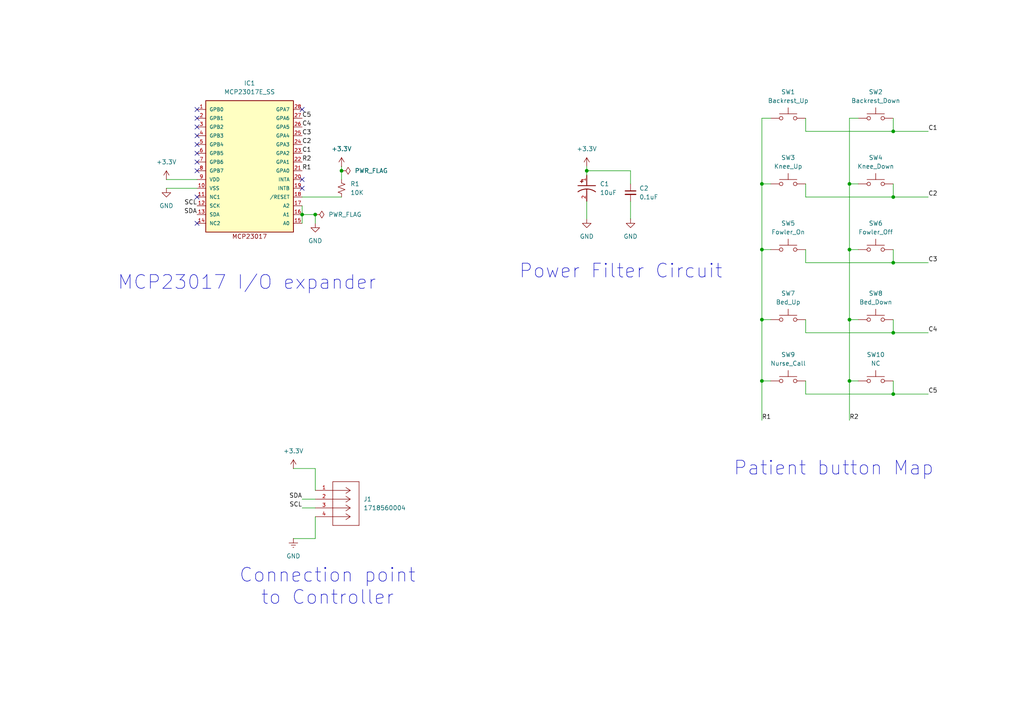
<source format=kicad_sch>
(kicad_sch (version 20250114) (generator "eeschema") (generator_version "9.0")
  (paper "A4")
  (title_block (title "Patient remote controller") (date "2025-09-14") (rev "VER 1.0.0") (company "EDIC") (comment 1 "With MCP23017") (comment 2 "Made by Ronald Amaza"))
  (lib_symbols
    (symbol "1718560004:1718560004" (pin_names (offset 1.016))
      (property "Reference" "J" (at 4.1656 5.3086 0))
      (property "Value" "1718560004" (at 4.8006 -6.1214 0))
      (symbol "1718560004_0_0"
        (polyline (pts (xy 5.08 2.54) (xy 5.08 -10.16)) (stroke (width 0.1524)))
        (polyline (pts (xy 5.08 -10.16) (xy 12.7 -10.16)) (stroke (width 0.1524)))
        (polyline (pts (xy 10.16 0) (xy 5.08 0)) (stroke (width 0.1524)))
        (polyline (pts (xy 10.16 0) (xy 8.89 0.8382)) (stroke (width 0.1524)))
        (polyline (pts (xy 10.16 0) (xy 8.89 -0.8382)) (stroke (width 0.1524)))
        (polyline (pts (xy 10.16 -2.54) (xy 5.08 -2.54)) (stroke (width 0.1524)))
        (polyline (pts (xy 10.16 -2.54) (xy 8.89 -1.7018)) (stroke (width 0.1524)))
        (polyline (pts (xy 10.16 -2.54) (xy 8.89 -3.3782)) (stroke (width 0.1524)))
        (polyline (pts (xy 10.16 -5.08) (xy 5.08 -5.08)) (stroke (width 0.1524)))
        (polyline (pts (xy 10.16 -5.08) (xy 8.89 -4.2418)) (stroke (width 0.1524)))
        (polyline (pts (xy 10.16 -5.08) (xy 8.89 -5.9182)) (stroke (width 0.1524)))
        (polyline (pts (xy 10.16 -7.62) (xy 5.08 -7.62)) (stroke (width 0.1524)))
        (polyline (pts (xy 10.16 -7.62) (xy 8.89 -6.7818)) (stroke (width 0.1524)))
        (polyline (pts (xy 10.16 -7.62) (xy 8.89 -8.4582)) (stroke (width 0.1524)))
        (polyline (pts (xy 12.7 2.54) (xy 5.08 2.54)) (stroke (width 0.1524)))
        (polyline (pts (xy 12.7 -10.16) (xy 12.7 2.54)) (stroke (width 0.1524)))
        (pin passive line (at 0 0 0) (length 5.08) (name "~") (number "1"))
        (pin passive line (at 0 -2.54 0) (length 5.08) (name "~") (number "2"))
        (pin passive line (at 0 -5.08 0) (length 5.08) (name "~") (number "3"))
        (pin passive line (at 0 -7.62 0) (length 5.08) (name "~") (number "4"))
      )
    )
    (symbol "Device:C_Small" (pin_numbers (hide yes)) (pin_names (offset 0.254) (hide yes))
      (property "Reference" "C" (at 0.254 1.778 0))
      (property "Value" "C_Small" (at 0.254 -2.032 0))
      (symbol "C_Small_0_1"
        (polyline (pts (xy -1.524 0.508) (xy 1.524 0.508)) (stroke (width 0.3048)))
        (polyline (pts (xy -1.524 -0.508) (xy 1.524 -0.508)) (stroke (width 0.3302)))
      )
      (symbol "C_Small_1_1"
        (pin passive line (at 0 2.54 270) (length 2.032) (name "~") (number "1"))
        (pin passive line (at 0 -2.54 90) (length 2.032) (name "~") (number "2"))
      )
    )
    (symbol "Device:R_Small_US" (pin_numbers (hide yes)) (pin_names (offset 0.254) (hide yes))
      (property "Reference" "R" (at 0.762 0.508 0))
      (property "Value" "R_Small_US" (at 0.762 -1.016 0))
      (symbol "R_Small_US_1_1"
        (polyline (pts (xy 0 1.524) (xy 1.016 1.143) (xy 0 0.762) (xy -1.016 0.381) (xy 0 0)))
        (polyline (pts (xy 0 0) (xy 1.016 -0.381) (xy 0 -0.762) (xy -1.016 -1.143) (xy 0 -1.524)))
        (pin passive line (at 0 2.54 270) (length 1.016) (name "~") (number "1"))
        (pin passive line (at 0 -2.54 90) (length 1.016) (name "~") (number "2"))
      )
    )
    (symbol "EEFSX0D221ER:EEFSX0D221ER" (pin_names (offset 1.016))
      (property "Reference" "C" (at -5.08 3.81 0))
      (property "Value" "EEFSX0D221ER" (at -5.08 -5.088 0))
      (symbol "EEFSX0D221ER_0_0"
        (polyline (pts (xy -5.08 0) (xy -2.032 0)) (stroke (width 0.254)))
        (rectangle (start -3.713 -1.532) (end -2.824 -1.405) (stroke (width 0.1)) (fill (type outline)))
        (rectangle (start -3.332 -1.913) (end -3.205 -1.024) (stroke (width 0.1)) (fill (type outline)))
        (polyline (pts (xy -2.032 2.54) (xy -2.032 -2.54)) (stroke (width 0.254)))
        (polyline (pts (xy -1.016 0) (xy 2.54 0)) (stroke (width 0.254)))
        (arc (start -0.254 -2.54) (mid -1.0549 0) (end -0.254 2.54) (stroke (width 0.254)))
        (pin passive line (at -5.08 0 0) (length 2.54) (name "~") (number "1"))
        (pin passive line (at 2.54 0 180) (length 2.54) (name "~") (number "2"))
      )
    )
    (symbol "MCP23017E_SS:MCP23017E_SS" (pin_names (offset 1.016))
      (property "Reference" "IC1" (at 0 22.86 0))
      (property "Value" "MCP23017E_SS" (at 0 20.32 0))
      (symbol "MCP23017E_SS_0_0"
        (rectangle (start -12.7 -20.32) (end 12.7 17.78) (stroke (width 0.254)) (fill (type background)))
        (text "MCP23017" (at 0 -21.59 0) (effects (font (size 1.27 1.27))))
        (pin bidirectional line (at -15.24 15.24 0) (length 2.54) (name "GPB0") (number "1"))
        (pin bidirectional line (at -15.24 12.7 0) (length 2.54) (name "GPB1") (number "2"))
        (pin bidirectional line (at -15.24 10.16 0) (length 2.54) (name "GPB2") (number "3"))
        (pin bidirectional line (at -15.24 7.62 0) (length 2.54) (name "GPB3") (number "4"))
        (pin bidirectional line (at -15.24 5.08 0) (length 2.54) (name "GPB4") (number "5"))
        (pin bidirectional line (at -15.24 2.54 0) (length 2.54) (name "GPB5") (number "6"))
        (pin bidirectional line (at -15.24 0 0) (length 2.54) (name "GPB6") (number "7"))
        (pin bidirectional line (at -15.24 -2.54 0) (length 2.54) (name "GPB7") (number "8"))
        (pin bidirectional line (at -15.24 -10.16 0) (length 2.54) (name "NC1") (number "11"))
        (pin bidirectional line (at -15.24 -12.7 0) (length 2.54) (name "SCK") (number "12"))
        (pin bidirectional line (at -15.24 -15.24 0) (length 2.54) (name "SDA") (number "13"))
        (pin bidirectional line (at -15.24 -17.78 0) (length 2.54) (name "NC2") (number "14"))
        (pin bidirectional line (at 15.24 15.24 180) (length 2.54) (name "GPA7") (number "28"))
        (pin bidirectional line (at 15.24 12.7 180) (length 2.54) (name "GPA6") (number "27"))
        (pin bidirectional line (at 15.24 10.16 180) (length 2.54) (name "GPA5") (number "26"))
        (pin bidirectional line (at 15.24 7.62 180) (length 2.54) (name "GPA4") (number "25"))
        (pin bidirectional line (at 15.24 5.08 180) (length 2.54) (name "GPA3") (number "24"))
        (pin bidirectional line (at 15.24 2.54 180) (length 2.54) (name "GPA2") (number "23"))
        (pin bidirectional line (at 15.24 0 180) (length 2.54) (name "GPA1") (number "22"))
        (pin bidirectional line (at 15.24 -2.54 180) (length 2.54) (name "GPA0") (number "21"))
        (pin bidirectional line (at 15.24 -5.08 180) (length 2.54) (name "INTA") (number "20"))
        (pin bidirectional line (at 15.24 -7.62 180) (length 2.54) (name "INTB") (number "19"))
        (pin bidirectional line (at 15.24 -10.16 180) (length 2.54) (name "/RESET") (number "18"))
      )
      (symbol "MCP23017E_SS_1_0"
        (pin power_in line (at -15.24 -5.08 0) (length 2.54) (name "VDD") (number "9"))
        (pin power_in line (at -15.24 -7.62 0) (length 2.54) (name "VSS") (number "10"))
        (pin input line (at 15.24 -12.7 180) (length 2.54) (name "A2") (number "17"))
        (pin input line (at 15.24 -15.24 180) (length 2.54) (name "A1") (number "16"))
        (pin input line (at 15.24 -17.78 180) (length 2.54) (name "A0") (number "15"))
      )
    )
    (symbol "Switch:SW_Push" (pin_numbers (hide yes)) (pin_names (offset 1.016) (hide yes))
      (property "Reference" "SW" (at 1.27 2.54 0))
      (property "Value" "SW_Push" (at 0 -1.524 0))
      (symbol "SW_Push_0_1"
        (circle (center -2.032 0) (radius 0.508))
        (polyline (pts (xy 0 1.27) (xy 0 3.048)))
        (circle (center 2.032 0) (radius 0.508))
        (polyline (pts (xy 2.54 1.27) (xy -2.54 1.27)))
        (pin passive line (at -5.08 0 0) (length 2.54) (name "1") (number "1"))
        (pin passive line (at 5.08 0 180) (length 2.54) (name "2") (number "2"))
      )
    )
    (symbol "power:+3.3V" (power) (pin_numbers (hide yes)) (pin_names (offset 0) (hide yes))
      (property "Value" "+3.3V" (at 0 3.556 0))
      (symbol "+3.3V_0_1"
        (polyline (pts (xy -0.762 1.27) (xy 0 2.54)))
        (polyline (pts (xy 0 2.54) (xy 0.762 1.27)))
        (polyline (pts (xy 0 0) (xy 0 2.54)))
      )
      (symbol "+3.3V_1_1"
        (pin power_in line (at 0 0 90) (length 0) (name "~") (number "1"))
      )
    )
    (symbol "power:GND" (power) (pin_numbers (hide yes)) (pin_names (offset 0) (hide yes))
      (property "Value" "GND" (at 0 -3.81 0))
      (symbol "GND_0_1"
        (polyline (pts (xy 0 0) (xy 0 -1.27) (xy 1.27 -1.27) (xy 0 -2.54) (xy -1.27 -1.27) (xy 0 -1.27)))
      )
      (symbol "GND_1_1"
        (pin power_in line (at 0 0 270) (length 0) (name "~") (number "1"))
      )
    )
    (symbol "power:GNDREF" (power) (pin_numbers (hide yes)) (pin_names (offset 0) (hide yes))
      (property "Value" "GNDREF" (at 0 -3.81 0))
      (symbol "GNDREF_0_1"
        (polyline (pts (xy -0.635 -1.905) (xy 0.635 -1.905)))
        (polyline (pts (xy -0.127 -2.54) (xy 0.127 -2.54)))
        (polyline (pts (xy 0 -1.27) (xy 0 0)))
        (polyline (pts (xy 1.27 -1.27) (xy -1.27 -1.27)))
      )
      (symbol "GNDREF_1_1"
        (pin power_in line (at 0 0 270) (length 0) (name "~") (number "1"))
      )
    )
    (symbol "power:PWR_FLAG" (power) (pin_numbers (hide yes)) (pin_names (offset 0) (hide yes))
      (property "Value" "PWR_FLAG" (at 0 3.81 0))
      (symbol "PWR_FLAG_0_0"
        (pin power_out line (at 0 0 90) (length 0) (name "~") (number "1"))
      )
      (symbol "PWR_FLAG_0_1"
        (polyline (pts (xy 0 0) (xy 0 1.27) (xy -1.016 1.905) (xy 0 2.54) (xy 1.016 1.905) (xy 0 1.27)))
      )
    )
  )
  (text "MCP23017 I/O expander" (at 71.628 82.042 0) (effects (font (size 4 4))))
  (text "Connection point\nto Controller" (at 94.996 170.18 0) (effects (font (size 4 4))))
  (text "Power Filter Circuit" (at 180.086 78.74 0) (effects (font (size 4 4))))
  (text "Patient button Map" (at 241.808 135.89 0) (effects (font (size 4 4))))
  (junction (at 99.06 49.53))
  (junction (at 259.08 38.1))
  (junction (at 246.38 110.49))
  (junction (at 259.08 57.15))
  (junction (at 170.18 49.53))
  (junction (at 220.98 53.34))
  (junction (at 246.38 72.39))
  (junction (at 259.08 76.2))
  (junction (at 259.08 114.3))
  (junction (at 220.98 72.39))
  (junction (at 220.98 92.71))
  (junction (at 91.44 62.23))
  (junction (at 87.63 62.23))
  (junction (at 220.98 110.49))
  (junction (at 246.38 53.34))
  (junction (at 259.08 96.52))
  (junction (at 246.38 92.71))
  (no_connect (at 57.15 44.45))
  (no_connect (at 57.15 64.77))
  (no_connect (at 87.63 31.75))
  (no_connect (at 87.63 54.61))
  (no_connect (at 57.15 31.75))
  (no_connect (at 57.15 57.15))
  (no_connect (at 57.15 49.53))
  (no_connect (at 57.15 36.83))
  (no_connect (at 87.63 52.07))
  (no_connect (at 57.15 34.29))
  (no_connect (at 57.15 41.91))
  (no_connect (at 57.15 46.99))
  (no_connect (at 57.15 39.37))
  (wire (pts (xy 85.09 135.89) (xy 91.44 135.89)))
  (wire (pts (xy 220.98 110.49) (xy 220.98 121.92)))
  (wire (pts (xy 259.08 76.2) (xy 269.24 76.2)))
  (wire (pts (xy 246.38 110.49) (xy 248.92 110.49)))
  (wire (pts (xy 246.38 53.34) (xy 246.38 72.39)))
  (wire (pts (xy 220.98 72.39) (xy 223.52 72.39)))
  (wire (pts (xy 233.68 57.15) (xy 259.08 57.15)))
  (wire (pts (xy 87.63 62.23) (xy 87.63 64.77)))
  (wire (pts (xy 246.38 53.34) (xy 248.92 53.34)))
  (wire (pts (xy 48.26 52.07) (xy 57.15 52.07)))
  (wire (pts (xy 87.63 144.78) (xy 91.44 144.78)))
  (wire (pts (xy 91.44 135.89) (xy 91.44 142.24)))
  (wire (pts (xy 259.08 38.1) (xy 269.24 38.1)))
  (wire (pts (xy 233.68 34.29) (xy 233.68 38.1)))
  (wire (pts (xy 259.08 57.15) (xy 269.24 57.15)))
  (wire (pts (xy 233.68 92.71) (xy 233.68 96.52)))
  (wire (pts (xy 246.38 92.71) (xy 248.92 92.71)))
  (wire (pts (xy 99.06 49.53) (xy 99.06 52.07)))
  (wire (pts (xy 220.98 92.71) (xy 220.98 110.49)))
  (wire (pts (xy 87.63 57.15) (xy 99.06 57.15)))
  (wire (pts (xy 91.44 149.86) (xy 91.44 156.21)))
  (wire (pts (xy 91.44 62.23) (xy 91.44 64.77)))
  (wire (pts (xy 233.68 114.3) (xy 259.08 114.3)))
  (wire (pts (xy 220.98 53.34) (xy 223.52 53.34)))
  (wire (pts (xy 233.68 53.34) (xy 233.68 57.15)))
  (wire (pts (xy 233.68 72.39) (xy 233.68 76.2)))
  (wire (pts (xy 170.18 49.53) (xy 182.88 49.53)))
  (wire (pts (xy 91.44 156.21) (xy 85.09 156.21)))
  (wire (pts (xy 220.98 72.39) (xy 220.98 92.71)))
  (wire (pts (xy 233.68 110.49) (xy 233.68 114.3)))
  (wire (pts (xy 259.08 96.52) (xy 269.24 96.52)))
  (wire (pts (xy 233.68 38.1) (xy 259.08 38.1)))
  (wire (pts (xy 259.08 34.29) (xy 259.08 38.1)))
  (wire (pts (xy 220.98 34.29) (xy 220.98 53.34)))
  (wire (pts (xy 233.68 76.2) (xy 259.08 76.2)))
  (wire (pts (xy 246.38 72.39) (xy 248.92 72.39)))
  (wire (pts (xy 246.38 92.71) (xy 246.38 110.49)))
  (wire (pts (xy 220.98 110.49) (xy 223.52 110.49)))
  (wire (pts (xy 233.68 96.52) (xy 259.08 96.52)))
  (wire (pts (xy 259.08 114.3) (xy 269.24 114.3)))
  (wire (pts (xy 170.18 49.53) (xy 170.18 50.8)))
  (wire (pts (xy 259.08 110.49) (xy 259.08 114.3)))
  (wire (pts (xy 259.08 92.71) (xy 259.08 96.52)))
  (wire (pts (xy 182.88 49.53) (xy 182.88 53.34)))
  (wire (pts (xy 170.18 58.42) (xy 170.18 63.5)))
  (wire (pts (xy 246.38 72.39) (xy 246.38 92.71)))
  (wire (pts (xy 220.98 92.71) (xy 223.52 92.71)))
  (wire (pts (xy 248.92 34.29) (xy 246.38 34.29)))
  (wire (pts (xy 259.08 72.39) (xy 259.08 76.2)))
  (wire (pts (xy 220.98 53.34) (xy 220.98 72.39)))
  (wire (pts (xy 48.26 54.61) (xy 57.15 54.61)))
  (wire (pts (xy 223.52 34.29) (xy 220.98 34.29)))
  (wire (pts (xy 259.08 53.34) (xy 259.08 57.15)))
  (wire (pts (xy 87.63 59.69) (xy 87.63 62.23)))
  (wire (pts (xy 87.63 147.32) (xy 91.44 147.32)))
  (wire (pts (xy 87.63 62.23) (xy 91.44 62.23)))
  (wire (pts (xy 246.38 110.49) (xy 246.38 121.92)))
  (wire (pts (xy 246.38 34.29) (xy 246.38 53.34)))
  (wire (pts (xy 170.18 48.26) (xy 170.18 49.53)))
  (wire (pts (xy 182.88 58.42) (xy 182.88 63.5)))
  (wire (pts (xy 99.06 48.26) (xy 99.06 49.53)))
  (label "R1" (at 220.98 121.92 0))
  (label "C5" (at 87.63 34.29 0))
  (label "R1" (at 87.63 49.53 0))
  (label "SDA" (at 87.63 144.78 180))
  (label "C2" (at 87.63 41.91 0))
  (label "C5" (at 269.24 114.3 0))
  (label "SCL" (at 57.15 59.69 180))
  (label "R2" (at 87.63 46.99 0))
  (label "R2" (at 246.38 121.92 0))
  (label "C4" (at 87.63 36.83 0))
  (label "C4" (at 269.24 96.52 0))
  (label "SCL" (at 87.63 147.32 180))
  (label "C3" (at 269.24 76.2 0))
  (label "C1" (at 269.24 38.1 0))
  (label "C2" (at 269.24 57.15 0))
  (label "C1" (at 87.63 44.45 0))
  (label "C3" (at 87.63 39.37 0))
  (label "SDA" (at 57.15 62.23 180))
  (symbol (lib_id "Switch:SW_Push") (at 254 92.71 0) (unit 1)
    (property "Reference" "SW8" (at 254 85.09 0))
    (property "Value" "Bed_Down" (at 254 87.63 0))
    (property "Footprint" "Button_Switch_THT:SW_PUSH_6mm" (effects (hide yes)))
    (property "Description" "Push button switch, generic, two pins" (effects (hide yes)))
  )
  (symbol (lib_id "power:+3.3V") (at 99.06 48.26 0) (unit 1)
    (property "Reference" "#PWR01" (effects (hide yes)))
    (property "Value" "+3.3V" (at 99.06 43.18 0))
    (property "Description" "Power symbol creates a global label with name \"+3.3V\"" (effects (hide yes)))
  )
  (symbol (lib_id "Device:C_Small") (at 182.88 55.88 0) (unit 1)
    (property "Reference" "C2" (at 185.42 54.6162 0) (effects (justify left)))
    (property "Value" "0.1uF" (at 185.42 57.1562 0) (effects (justify left)))
    (property "Footprint" "Capacitor_SMD:C_1206_3216Metric_Pad1.33x1.80mm_HandSolder" (effects (hide yes)))
    (property "Description" "Unpolarized capacitor, small symbol" (effects (hide yes)))
  )
  (symbol (lib_id "Switch:SW_Push") (at 228.6 34.29 0) (unit 1)
    (property "Reference" "SW1" (at 228.6 26.67 0))
    (property "Value" "Backrest_Up" (at 228.6 29.21 0))
    (property "Footprint" "Button_Switch_THT:SW_PUSH_6mm" (effects (hide yes)))
    (property "Description" "Push button switch, generic, two pins" (effects (hide yes)))
  )
  (symbol (lib_id "power:+3.3V") (at 170.18 48.26 0) (unit 1)
    (property "Reference" "#PWR04" (effects (hide yes)))
    (property "Value" "+3.3V" (at 170.18 43.18 0))
    (property "Description" "Power symbol creates a global label with name \"+3.3V\"" (effects (hide yes)))
  )
  (symbol (lib_id "power:GND") (at 91.44 64.77 0) (unit 1)
    (property "Reference" "#PWR03" (effects (hide yes)))
    (property "Value" "GND" (at 91.44 69.85 0))
    (property "Description" "Power symbol creates a global label with name \"GND\" , ground" (effects (hide yes)))
  )
  (symbol (lib_id "MCP23017E_SS:MCP23017E_SS") (at 72.39 46.99 0) (unit 1)
    (property "Reference" "IC1" (at 72.39 24.13 0))
    (property "Value" "MCP23017E_SS" (at 72.39 26.67 0))
    (property "Footprint" "custom_footprints:SSOP28" (effects (hide yes)))
    (property "MF" "Microchip Technology" (effects (hide yes)))
    (property "Description_1" "16-Bit Input/Output Expander, I2C Interface, PB-Free, SSOP-28 | Microchip Technology Inc. MCP23017-E/SS" (effects (hide yes)))
    (property "Package" "SSOP-28 Microchip" (effects (hide yes)))
    (property "Price" "None" (effects (hide yes)))
    (property "SnapEDA_Link" "https://www.snapeda.com/parts/MCP23017-E/SS/Microchip+Technology/view-part/?ref=snap" (effects (hide yes)))
    (property "MP" "MCP23017-E/SS" (effects (hide yes)))
    (property "Availability" "In Stock" (effects (hide yes)))
    (property "Check_prices" "https://www.snapeda.com/parts/MCP23017-E/SS/Microchip+Technology/view-part/?ref=eda" (effects (hide yes)))
  )
  (symbol (lib_id "power:GND") (at 48.26 54.61 0) (unit 1)
    (property "Reference" "#PWR09" (effects (hide yes)))
    (property "Value" "GND" (at 48.26 59.69 0))
    (property "Description" "Power symbol creates a global label with name \"GND\" , ground" (effects (hide yes)))
  )
  (symbol (lib_id "power:PWR_FLAG") (at 99.06 49.53 270) (unit 1)
    (property "Reference" "#FLG01" (effects (hide yes)))
    (property "Value" "PWR_FLAG" (at 102.87 49.5299 90) (effects (justify left)))
    (property "Description" "Special symbol for telling ERC where power comes from" (effects (hide yes)))
  )
  (symbol (lib_id "Switch:SW_Push") (at 254 34.29 0) (unit 1)
    (property "Reference" "SW2" (at 254 26.67 0))
    (property "Value" "Backrest_Down" (at 254 29.21 0))
    (property "Footprint" "Button_Switch_THT:SW_PUSH_6mm" (effects (hide yes)))
    (property "Description" "Push button switch, generic, two pins" (effects (hide yes)))
  )
  (symbol (lib_id "Switch:SW_Push") (at 228.6 53.34 0) (unit 1)
    (property "Reference" "SW3" (at 228.6 45.72 0))
    (property "Value" "Knee_Up" (at 228.6 48.26 0))
    (property "Footprint" "Button_Switch_THT:SW_PUSH_6mm" (effects (hide yes)))
    (property "Description" "Push button switch, generic, two pins" (effects (hide yes)))
  )
  (symbol (lib_id "Switch:SW_Push") (at 228.6 92.71 0) (unit 1)
    (property "Reference" "SW7" (at 228.6 85.09 0))
    (property "Value" "Bed_Up" (at 228.6 87.63 0))
    (property "Footprint" "Button_Switch_THT:SW_PUSH_6mm" (effects (hide yes)))
    (property "Description" "Push button switch, generic, two pins" (effects (hide yes)))
  )
  (symbol (lib_id "Switch:SW_Push") (at 254 72.39 0) (unit 1)
    (property "Reference" "SW6" (at 254 64.77 0))
    (property "Value" "Fowler_Off" (at 254 67.31 0))
    (property "Footprint" "Button_Switch_THT:SW_PUSH_6mm" (effects (hide yes)))
    (property "Description" "Push button switch, generic, two pins" (effects (hide yes)))
  )
  (symbol (lib_id "Device:R_Small_US") (at 99.06 54.61 0) (unit 1)
    (property "Reference" "R1" (at 101.6 53.3399 0) (effects (justify left)))
    (property "Value" "10K" (at 101.6 55.8799 0) (effects (justify left)))
    (property "Footprint" "Resistor_SMD:R_0603_1608Metric" (effects (hide yes)))
    (property "Description" "Resistor, small US symbol" (effects (hide yes)))
  )
  (symbol (lib_id "power:GND") (at 170.18 63.5 0) (unit 1)
    (property "Reference" "#PWR010" (effects (hide yes)))
    (property "Value" "GND" (at 170.18 68.58 0))
    (property "Description" "Power symbol creates a global label with name \"GND\" , ground" (effects (hide yes)))
  )
  (symbol (lib_id "Switch:SW_Push") (at 228.6 110.49 0) (unit 1)
    (property "Reference" "SW9" (at 228.6 102.87 0))
    (property "Value" "Nurse_Call" (at 228.6 105.41 0))
    (property "Footprint" "Button_Switch_THT:SW_PUSH_6mm" (effects (hide yes)))
    (property "Description" "Push button switch, generic, two pins" (effects (hide yes)))
  )
  (symbol (lib_id "power:GNDREF") (at 85.09 156.21 0) (unit 1)
    (property "Reference" "#PWR08" (effects (hide yes)))
    (property "Value" "GND" (at 85.09 161.29 0))
    (property "Description" "Power symbol creates a global label with name \"GNDREF\" , reference supply ground" (effects (hide yes)))
  )
  (symbol (lib_id "Switch:SW_Push") (at 254 110.49 0) (unit 1)
    (property "Reference" "SW10" (at 254 102.87 0))
    (property "Value" "NC" (at 254 105.41 0))
    (property "Footprint" "Button_Switch_THT:SW_PUSH_6mm" (effects (hide yes)))
    (property "Description" "Push button switch, generic, two pins" (effects (hide yes)))
  )
  (symbol (lib_id "Switch:SW_Push") (at 228.6 72.39 0) (unit 1)
    (property "Reference" "SW5" (at 228.6 64.77 0))
    (property "Value" "Fowler_On" (at 228.6 67.31 0))
    (property "Footprint" "Button_Switch_THT:SW_PUSH_6mm" (effects (hide yes)))
    (property "Description" "Push button switch, generic, two pins" (effects (hide yes)))
  )
  (symbol (lib_id "power:GND") (at 182.88 63.5 0) (unit 1)
    (property "Reference" "#PWR05" (effects (hide yes)))
    (property "Value" "GND" (at 182.88 68.58 0))
    (property "Description" "Power symbol creates a global label with name \"GND\" , ground" (effects (hide yes)))
  )
  (symbol (lib_id "Switch:SW_Push") (at 254 53.34 0) (unit 1)
    (property "Reference" "SW4" (at 254 45.72 0))
    (property "Value" "Knee_Down" (at 254 48.26 0))
    (property "Footprint" "Button_Switch_THT:SW_PUSH_6mm" (effects (hide yes)))
    (property "Description" "Push button switch, generic, two pins" (effects (hide yes)))
  )
  (symbol (lib_id "EEFSX0D221ER:EEFSX0D221ER") (at 170.18 55.88 270) (unit 1)
    (property "Reference" "C1" (at 173.99 53.3399 90) (effects (justify left)))
    (property "Value" "10uF" (at 173.99 55.8799 90) (effects (justify left)))
    (property "Footprint" "custom_footprints:CAP_EEFSX0D221ER" (effects (hide yes)))
    (property "Description" "Polarized capacitor" (effects (hide yes)))
    (property "MF" "Panasonic" (effects (hide yes)))
    (property "MAXIMUM_PACKAGE_HEIGHT" "1.9 mm" (effects (hide yes)))
    (property "Package" "SMD Panasonic" (effects (hide yes)))
    (property "Price" "None" (effects (hide yes)))
    (property "Check_prices" "https://www.snapeda.com/parts/EEFSX0D221ER/Panasonic/view-part/?ref=eda" (effects (hide yes)))
    (property "STANDARD" "Manufacturer Recommendations" (effects (hide yes)))
    (property "PARTREV" "1-Oct-19" (effects (hide yes)))
    (property "SnapEDA_Link" "https://www.snapeda.com/parts/EEFSX0D221ER/Panasonic/view-part/?ref=snap" (effects (hide yes)))
    (property "MP" "EEFSX0D221ER" (effects (hide yes)))
    (property "Description_1" "Cap Aluminum Polymer 220uF 2VDC 20% (7.3 X 4.3 X 1.9mm) SMD 0.009 Ohm 6300mA 2000h 105C T/R" (effects (hide yes)))
    (property "Availability" "In Stock" (effects (hide yes)))
    (property "MANUFACTURER" "Panasonic" (effects (hide yes)))
  )
  (symbol (lib_id "power:+3.3V") (at 48.26 52.07 0) (unit 1)
    (property "Reference" "#PWR02" (effects (hide yes)))
    (property "Value" "+3.3V" (at 48.26 46.99 0))
    (property "Description" "Power symbol creates a global label with name \"+3.3V\"" (effects (hide yes)))
  )
  (symbol (lib_id "power:+3.3V") (at 85.09 135.89 0) (unit 1)
    (property "Reference" "#PWR07" (effects (hide yes)))
    (property "Value" "+3.3V" (at 85.09 130.81 0))
    (property "Description" "Power symbol creates a global label with name \"+3.3V\"" (effects (hide yes)))
  )
  (symbol (lib_id "1718560004:1718560004") (at 91.44 142.24 0) (unit 1)
    (property "Reference" "J1" (at 105.41 144.7799 0) (effects (justify left)))
    (property "Value" "1718560004" (at 105.41 147.3199 0) (effects (justify left)))
    (property "Footprint" "custom_footprints:CONN04_1718560004_MOL" (effects (hide yes)))
    (property "MF" "Molex" (effects (hide yes)))
    (property "Description_1" "Connector Header Through Hole 4 position 0.100 (2.54mm)" (effects (hide yes)))
    (property "Package" "None" (effects (hide yes)))
    (property "Price" "None" (effects (hide yes)))
    (property "Check_prices" "https://www.snapeda.com/parts/1718560004/Molex/view-part/?ref=eda" (effects (hide yes)))
    (property "Availability" "In Stock" (effects (hide yes)))
    (property "SnapEDA_Link" "https://www.snapeda.com/parts/1718560004/Molex/view-part/?ref=snap" (effects (hide yes)))
    (property "MP" "1718560004" (effects (hide yes)))
    (property "MFR_NAME" "Molex Connector Corporation" (effects (hide yes)))
    (property "MANUFACTURER_PART_NUMBER" "1718560004" (effects (hide yes)))
  )
  (symbol (lib_id "power:PWR_FLAG") (at 91.44 62.23 270) (unit 1)
    (property "Reference" "#FLG02" (effects (hide yes)))
    (property "Value" "PWR_FLAG" (at 95.25 62.2299 90) (effects (justify left)))
    (property "Description" "Special symbol for telling ERC where power comes from" (effects (hide yes)))
  )
)
</source>
